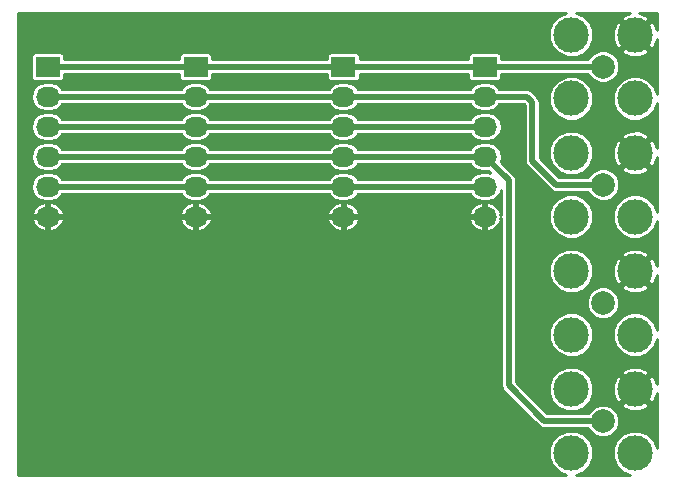
<source format=gtl>
G04 #@! TF.FileFunction,Copper,L1,Top,Signal*
%FSLAX46Y46*%
G04 Gerber Fmt 4.6, Leading zero omitted, Abs format (unit mm)*
G04 Created by KiCad (PCBNEW (2014-11-17 BZR 5289)-product) date Wed 28 Oct 2015 08:14:00 PM EDT*
%MOMM*%
G01*
G04 APERTURE LIST*
%ADD10C,0.100000*%
%ADD11C,1.998980*%
%ADD12C,3.000000*%
%ADD13R,2.032000X1.727200*%
%ADD14O,2.032000X1.727200*%
%ADD15C,0.500000*%
%ADD16C,0.254000*%
G04 APERTURE END LIST*
D10*
D11*
X147000000Y-65000000D03*
D12*
X149700020Y-67700020D03*
X149700020Y-62299980D03*
X144299980Y-62299980D03*
X144299980Y-67700020D03*
D11*
X147000000Y-75000000D03*
D12*
X149700020Y-77700020D03*
X149700020Y-72299980D03*
X144299980Y-72299980D03*
X144299980Y-77700020D03*
D11*
X147000000Y-55000000D03*
D12*
X149700020Y-57700020D03*
X149700020Y-52299980D03*
X144299980Y-52299980D03*
X144299980Y-57700020D03*
D13*
X137000000Y-55000000D03*
D14*
X137000000Y-57540000D03*
X137000000Y-60080000D03*
X137000000Y-62620000D03*
X137000000Y-65160000D03*
X137000000Y-67700000D03*
D11*
X147000000Y-85000000D03*
D12*
X149700020Y-87700020D03*
X149700020Y-82299980D03*
X144299980Y-82299980D03*
X144299980Y-87700020D03*
D13*
X125000000Y-55000000D03*
D14*
X125000000Y-57540000D03*
X125000000Y-60080000D03*
X125000000Y-62620000D03*
X125000000Y-65160000D03*
X125000000Y-67700000D03*
D13*
X112500000Y-55000000D03*
D14*
X112500000Y-57540000D03*
X112500000Y-60080000D03*
X112500000Y-62620000D03*
X112500000Y-65160000D03*
X112500000Y-67700000D03*
D13*
X100000000Y-55000000D03*
D14*
X100000000Y-57540000D03*
X100000000Y-60080000D03*
X100000000Y-62620000D03*
X100000000Y-65160000D03*
X100000000Y-67700000D03*
D15*
X125000000Y-55000000D02*
X137000000Y-55000000D01*
X112500000Y-55000000D02*
X125000000Y-55000000D01*
X100000000Y-55000000D02*
X112500000Y-55000000D01*
X147000000Y-55000000D02*
X137000000Y-55000000D01*
X112500000Y-57540000D02*
X100000000Y-57540000D01*
X125000000Y-57540000D02*
X112500000Y-57540000D01*
X125000000Y-57540000D02*
X137000000Y-57540000D01*
X143000000Y-65000000D02*
X141000000Y-63000000D01*
X147000000Y-65000000D02*
X143000000Y-65000000D01*
X140540000Y-57540000D02*
X137000000Y-57540000D01*
X141000000Y-58000000D02*
X140540000Y-57540000D01*
X141000000Y-63000000D02*
X141000000Y-58000000D01*
X137000000Y-60080000D02*
X125000000Y-60080000D01*
X125000000Y-60080000D02*
X112500000Y-60080000D01*
X112500000Y-60080000D02*
X100000000Y-60080000D01*
X100000000Y-62620000D02*
X112500000Y-62620000D01*
X112500000Y-62620000D02*
X125000000Y-62620000D01*
X125000000Y-62620000D02*
X137000000Y-62620000D01*
X142000000Y-85000000D02*
X139000000Y-82000000D01*
X147000000Y-85000000D02*
X142000000Y-85000000D01*
X139000000Y-64620000D02*
X137000000Y-62620000D01*
X139000000Y-82000000D02*
X139000000Y-64620000D01*
X137000000Y-65160000D02*
X125000000Y-65160000D01*
X125000000Y-65160000D02*
X112500000Y-65160000D01*
X112500000Y-65160000D02*
X100000000Y-65160000D01*
D16*
G36*
X151569000Y-87297627D02*
X151295584Y-86635911D01*
X150895858Y-86235487D01*
X150895858Y-83675424D01*
X149700020Y-82479585D01*
X149520415Y-82659190D01*
X149520415Y-82299980D01*
X148324576Y-81104142D01*
X148077203Y-81277915D01*
X147809605Y-81976740D01*
X147829806Y-82724776D01*
X148077203Y-83322045D01*
X148324576Y-83495818D01*
X149520415Y-82299980D01*
X149520415Y-82659190D01*
X148504182Y-83675424D01*
X148677955Y-83922797D01*
X149376780Y-84190395D01*
X150124816Y-84170194D01*
X150722085Y-83922797D01*
X150895858Y-83675424D01*
X150895858Y-86235487D01*
X150766912Y-86106316D01*
X150075816Y-85819347D01*
X149327507Y-85818694D01*
X148635911Y-86104456D01*
X148380729Y-86359193D01*
X148380729Y-84726608D01*
X148171005Y-84219037D01*
X147783006Y-83830360D01*
X147275801Y-83619751D01*
X146726608Y-83619271D01*
X146219037Y-83828995D01*
X146181306Y-83866660D01*
X146181306Y-81927467D01*
X146181306Y-77327507D01*
X145895544Y-76635911D01*
X145366872Y-76106316D01*
X144675776Y-75819347D01*
X143927467Y-75818694D01*
X143235871Y-76104456D01*
X142706276Y-76633128D01*
X142419307Y-77324224D01*
X142418654Y-78072533D01*
X142704416Y-78764129D01*
X143233088Y-79293724D01*
X143924184Y-79580693D01*
X144672493Y-79581346D01*
X145364089Y-79295584D01*
X145893684Y-78766912D01*
X146180653Y-78075816D01*
X146181306Y-77327507D01*
X146181306Y-81927467D01*
X145895544Y-81235871D01*
X145366872Y-80706276D01*
X144675776Y-80419307D01*
X143927467Y-80418654D01*
X143235871Y-80704416D01*
X142706276Y-81233088D01*
X142419307Y-81924184D01*
X142418654Y-82672493D01*
X142704416Y-83364089D01*
X143233088Y-83893684D01*
X143924184Y-84180653D01*
X144672493Y-84181306D01*
X145364089Y-83895544D01*
X145893684Y-83366872D01*
X146180653Y-82675776D01*
X146181306Y-81927467D01*
X146181306Y-83866660D01*
X145830360Y-84216994D01*
X145767241Y-84369000D01*
X142261368Y-84369000D01*
X139631000Y-81738631D01*
X139631000Y-64620000D01*
X139590936Y-64418589D01*
X139582968Y-64378527D01*
X139582968Y-64378526D01*
X139446184Y-64173816D01*
X138336104Y-63063736D01*
X138424369Y-62620000D01*
X138424369Y-60080000D01*
X138329629Y-59603712D01*
X138059834Y-59199935D01*
X137656057Y-58930140D01*
X137179769Y-58835400D01*
X136820231Y-58835400D01*
X136343943Y-58930140D01*
X135940166Y-59199935D01*
X135773746Y-59449000D01*
X126226253Y-59449000D01*
X126059834Y-59199935D01*
X125656057Y-58930140D01*
X125179769Y-58835400D01*
X124820231Y-58835400D01*
X124343943Y-58930140D01*
X123940166Y-59199935D01*
X123773746Y-59449000D01*
X113726253Y-59449000D01*
X113559834Y-59199935D01*
X113156057Y-58930140D01*
X112679769Y-58835400D01*
X112320231Y-58835400D01*
X111843943Y-58930140D01*
X111440166Y-59199935D01*
X111273746Y-59449000D01*
X101226253Y-59449000D01*
X101059834Y-59199935D01*
X100656057Y-58930140D01*
X100179769Y-58835400D01*
X99820231Y-58835400D01*
X99343943Y-58930140D01*
X98940166Y-59199935D01*
X98670371Y-59603712D01*
X98575631Y-60080000D01*
X98670371Y-60556288D01*
X98940166Y-60960065D01*
X99343943Y-61229860D01*
X99820231Y-61324600D01*
X100179769Y-61324600D01*
X100656057Y-61229860D01*
X101059834Y-60960065D01*
X101226253Y-60711000D01*
X111273746Y-60711000D01*
X111440166Y-60960065D01*
X111843943Y-61229860D01*
X112320231Y-61324600D01*
X112679769Y-61324600D01*
X113156057Y-61229860D01*
X113559834Y-60960065D01*
X113726253Y-60711000D01*
X123773746Y-60711000D01*
X123940166Y-60960065D01*
X124343943Y-61229860D01*
X124820231Y-61324600D01*
X125179769Y-61324600D01*
X125656057Y-61229860D01*
X126059834Y-60960065D01*
X126226253Y-60711000D01*
X135773746Y-60711000D01*
X135940166Y-60960065D01*
X136343943Y-61229860D01*
X136820231Y-61324600D01*
X137179769Y-61324600D01*
X137656057Y-61229860D01*
X138059834Y-60960065D01*
X138329629Y-60556288D01*
X138424369Y-60080000D01*
X138424369Y-62620000D01*
X138329629Y-62143712D01*
X138059834Y-61739935D01*
X137656057Y-61470140D01*
X137179769Y-61375400D01*
X136820231Y-61375400D01*
X136343943Y-61470140D01*
X135940166Y-61739935D01*
X135773746Y-61989000D01*
X126226253Y-61989000D01*
X126059834Y-61739935D01*
X125656057Y-61470140D01*
X125179769Y-61375400D01*
X124820231Y-61375400D01*
X124343943Y-61470140D01*
X123940166Y-61739935D01*
X123773746Y-61989000D01*
X113726253Y-61989000D01*
X113559834Y-61739935D01*
X113156057Y-61470140D01*
X112679769Y-61375400D01*
X112320231Y-61375400D01*
X111843943Y-61470140D01*
X111440166Y-61739935D01*
X111273746Y-61989000D01*
X101226253Y-61989000D01*
X101059834Y-61739935D01*
X100656057Y-61470140D01*
X100179769Y-61375400D01*
X99820231Y-61375400D01*
X99343943Y-61470140D01*
X98940166Y-61739935D01*
X98670371Y-62143712D01*
X98575631Y-62620000D01*
X98670371Y-63096288D01*
X98940166Y-63500065D01*
X99343943Y-63769860D01*
X99820231Y-63864600D01*
X100179769Y-63864600D01*
X100656057Y-63769860D01*
X101059834Y-63500065D01*
X101226253Y-63251000D01*
X111273746Y-63251000D01*
X111440166Y-63500065D01*
X111843943Y-63769860D01*
X112320231Y-63864600D01*
X112679769Y-63864600D01*
X113156057Y-63769860D01*
X113559834Y-63500065D01*
X113726253Y-63251000D01*
X123773746Y-63251000D01*
X123940166Y-63500065D01*
X124343943Y-63769860D01*
X124820231Y-63864600D01*
X125179769Y-63864600D01*
X125656057Y-63769860D01*
X126059834Y-63500065D01*
X126226253Y-63251000D01*
X135773746Y-63251000D01*
X135940166Y-63500065D01*
X136343943Y-63769860D01*
X136820231Y-63864600D01*
X137179769Y-63864600D01*
X137323618Y-63835986D01*
X137458469Y-63970837D01*
X137179769Y-63915400D01*
X136820231Y-63915400D01*
X136343943Y-64010140D01*
X135940166Y-64279935D01*
X135773746Y-64529000D01*
X126226253Y-64529000D01*
X126059834Y-64279935D01*
X125656057Y-64010140D01*
X125179769Y-63915400D01*
X124820231Y-63915400D01*
X124343943Y-64010140D01*
X123940166Y-64279935D01*
X123773746Y-64529000D01*
X113726253Y-64529000D01*
X113559834Y-64279935D01*
X113156057Y-64010140D01*
X112679769Y-63915400D01*
X112320231Y-63915400D01*
X111843943Y-64010140D01*
X111440166Y-64279935D01*
X111273746Y-64529000D01*
X101226253Y-64529000D01*
X101059834Y-64279935D01*
X100656057Y-64010140D01*
X100179769Y-63915400D01*
X99820231Y-63915400D01*
X99343943Y-64010140D01*
X98940166Y-64279935D01*
X98670371Y-64683712D01*
X98575631Y-65160000D01*
X98670371Y-65636288D01*
X98940166Y-66040065D01*
X99343943Y-66309860D01*
X99820231Y-66404600D01*
X100179769Y-66404600D01*
X100656057Y-66309860D01*
X101059834Y-66040065D01*
X101226253Y-65791000D01*
X111273746Y-65791000D01*
X111440166Y-66040065D01*
X111843943Y-66309860D01*
X112320231Y-66404600D01*
X112679769Y-66404600D01*
X113156057Y-66309860D01*
X113559834Y-66040065D01*
X113726253Y-65791000D01*
X123773746Y-65791000D01*
X123940166Y-66040065D01*
X124343943Y-66309860D01*
X124820231Y-66404600D01*
X125179769Y-66404600D01*
X125656057Y-66309860D01*
X126059834Y-66040065D01*
X126226253Y-65791000D01*
X135773746Y-65791000D01*
X135940166Y-66040065D01*
X136343943Y-66309860D01*
X136820231Y-66404600D01*
X137179769Y-66404600D01*
X137656057Y-66309860D01*
X138059834Y-66040065D01*
X138329629Y-65636288D01*
X138369000Y-65438357D01*
X138369000Y-67572998D01*
X138355393Y-67572998D01*
X138294712Y-67572998D01*
X138355393Y-67380882D01*
X138145419Y-66947133D01*
X137781720Y-66624430D01*
X137322213Y-66465473D01*
X137127000Y-66549357D01*
X137127000Y-67573000D01*
X137147000Y-67573000D01*
X137147000Y-67827000D01*
X137127000Y-67827000D01*
X137127000Y-68850643D01*
X137322213Y-68934527D01*
X137781720Y-68775570D01*
X138145419Y-68452867D01*
X138355393Y-68019118D01*
X138294712Y-67827002D01*
X138355393Y-67827002D01*
X138369000Y-67827002D01*
X138369000Y-82000000D01*
X138417032Y-82241473D01*
X138553816Y-82446184D01*
X141553816Y-85446185D01*
X141758527Y-85582968D01*
X142000000Y-85631000D01*
X145767031Y-85631000D01*
X145828995Y-85780963D01*
X146216994Y-86169640D01*
X146724199Y-86380249D01*
X147273392Y-86380729D01*
X147780963Y-86171005D01*
X148169640Y-85783006D01*
X148380249Y-85275801D01*
X148380729Y-84726608D01*
X148380729Y-86359193D01*
X148106316Y-86633128D01*
X147819347Y-87324224D01*
X147818694Y-88072533D01*
X148104456Y-88764129D01*
X148633128Y-89293724D01*
X149296064Y-89569000D01*
X144702372Y-89569000D01*
X145364089Y-89295584D01*
X145893684Y-88766912D01*
X146180653Y-88075816D01*
X146181306Y-87327507D01*
X145895544Y-86635911D01*
X145366872Y-86106316D01*
X144675776Y-85819347D01*
X143927467Y-85818694D01*
X143235871Y-86104456D01*
X142706276Y-86633128D01*
X142419307Y-87324224D01*
X142418654Y-88072533D01*
X142704416Y-88764129D01*
X143233088Y-89293724D01*
X143896024Y-89569000D01*
X138355393Y-89569000D01*
X136873000Y-89569000D01*
X136873000Y-68850643D01*
X136873000Y-67827000D01*
X136873000Y-67573000D01*
X136873000Y-66549357D01*
X136677787Y-66465473D01*
X136218280Y-66624430D01*
X135854581Y-66947133D01*
X135644607Y-67380882D01*
X135705288Y-67573000D01*
X136873000Y-67573000D01*
X136873000Y-67827000D01*
X135705288Y-67827000D01*
X135644607Y-68019118D01*
X135854581Y-68452867D01*
X136218280Y-68775570D01*
X136677787Y-68934527D01*
X136873000Y-68850643D01*
X136873000Y-89569000D01*
X126355393Y-89569000D01*
X126355393Y-68019118D01*
X126355393Y-67380882D01*
X126145419Y-66947133D01*
X125781720Y-66624430D01*
X125322213Y-66465473D01*
X125127000Y-66549357D01*
X125127000Y-67573000D01*
X126294712Y-67573000D01*
X126355393Y-67380882D01*
X126355393Y-68019118D01*
X126294712Y-67827000D01*
X125127000Y-67827000D01*
X125127000Y-68850643D01*
X125322213Y-68934527D01*
X125781720Y-68775570D01*
X126145419Y-68452867D01*
X126355393Y-68019118D01*
X126355393Y-89569000D01*
X124873000Y-89569000D01*
X124873000Y-68850643D01*
X124873000Y-67827000D01*
X124873000Y-67573000D01*
X124873000Y-66549357D01*
X124677787Y-66465473D01*
X124218280Y-66624430D01*
X123854581Y-66947133D01*
X123644607Y-67380882D01*
X123705288Y-67573000D01*
X124873000Y-67573000D01*
X124873000Y-67827000D01*
X123705288Y-67827000D01*
X123644607Y-68019118D01*
X123854581Y-68452867D01*
X124218280Y-68775570D01*
X124677787Y-68934527D01*
X124873000Y-68850643D01*
X124873000Y-89569000D01*
X113855393Y-89569000D01*
X113855393Y-68019118D01*
X113855393Y-67380882D01*
X113645419Y-66947133D01*
X113281720Y-66624430D01*
X112822213Y-66465473D01*
X112627000Y-66549357D01*
X112627000Y-67573000D01*
X113794712Y-67573000D01*
X113855393Y-67380882D01*
X113855393Y-68019118D01*
X113794712Y-67827000D01*
X112627000Y-67827000D01*
X112627000Y-68850643D01*
X112822213Y-68934527D01*
X113281720Y-68775570D01*
X113645419Y-68452867D01*
X113855393Y-68019118D01*
X113855393Y-89569000D01*
X112373000Y-89569000D01*
X112373000Y-68850643D01*
X112373000Y-67827000D01*
X112373000Y-67573000D01*
X112373000Y-66549357D01*
X112177787Y-66465473D01*
X111718280Y-66624430D01*
X111354581Y-66947133D01*
X111144607Y-67380882D01*
X111205288Y-67573000D01*
X112373000Y-67573000D01*
X112373000Y-67827000D01*
X111205288Y-67827000D01*
X111144607Y-68019118D01*
X111354581Y-68452867D01*
X111718280Y-68775570D01*
X112177787Y-68934527D01*
X112373000Y-68850643D01*
X112373000Y-89569000D01*
X101355393Y-89569000D01*
X101355393Y-68019118D01*
X101355393Y-67380882D01*
X101145419Y-66947133D01*
X100781720Y-66624430D01*
X100322213Y-66465473D01*
X100127000Y-66549357D01*
X100127000Y-67573000D01*
X101294712Y-67573000D01*
X101355393Y-67380882D01*
X101355393Y-68019118D01*
X101294712Y-67827000D01*
X100127000Y-67827000D01*
X100127000Y-68850643D01*
X100322213Y-68934527D01*
X100781720Y-68775570D01*
X101145419Y-68452867D01*
X101355393Y-68019118D01*
X101355393Y-89569000D01*
X99873000Y-89569000D01*
X99873000Y-68850643D01*
X99873000Y-67827000D01*
X99873000Y-67573000D01*
X99873000Y-66549357D01*
X99677787Y-66465473D01*
X99218280Y-66624430D01*
X98854581Y-66947133D01*
X98644607Y-67380882D01*
X98705288Y-67573000D01*
X99873000Y-67573000D01*
X99873000Y-67827000D01*
X98705288Y-67827000D01*
X98644607Y-68019118D01*
X98854581Y-68452867D01*
X99218280Y-68775570D01*
X99677787Y-68934527D01*
X99873000Y-68850643D01*
X99873000Y-89569000D01*
X97431000Y-89569000D01*
X97431000Y-50431000D01*
X143897587Y-50431000D01*
X143235871Y-50704416D01*
X142706276Y-51233088D01*
X142419307Y-51924184D01*
X142418654Y-52672493D01*
X142704416Y-53364089D01*
X143233088Y-53893684D01*
X143924184Y-54180653D01*
X144672493Y-54181306D01*
X145364089Y-53895544D01*
X145893684Y-53366872D01*
X146180653Y-52675776D01*
X146181306Y-51927467D01*
X145895544Y-51235871D01*
X145366872Y-50706276D01*
X144703935Y-50431000D01*
X149272244Y-50431000D01*
X148677955Y-50677163D01*
X148504182Y-50924536D01*
X149700020Y-52120375D01*
X150895858Y-50924536D01*
X150722085Y-50677163D01*
X150079236Y-50431000D01*
X151569000Y-50431000D01*
X151569000Y-51872204D01*
X151322837Y-51277915D01*
X151075464Y-51104142D01*
X149879625Y-52299980D01*
X151075464Y-53495818D01*
X151322837Y-53322045D01*
X151569000Y-52679196D01*
X151569000Y-57297627D01*
X151295584Y-56635911D01*
X150895858Y-56235487D01*
X150895858Y-53675424D01*
X149700020Y-52479585D01*
X149520415Y-52659190D01*
X149520415Y-52299980D01*
X148324576Y-51104142D01*
X148077203Y-51277915D01*
X147809605Y-51976740D01*
X147829806Y-52724776D01*
X148077203Y-53322045D01*
X148324576Y-53495818D01*
X149520415Y-52299980D01*
X149520415Y-52659190D01*
X148504182Y-53675424D01*
X148677955Y-53922797D01*
X149376780Y-54190395D01*
X150124816Y-54170194D01*
X150722085Y-53922797D01*
X150895858Y-53675424D01*
X150895858Y-56235487D01*
X150766912Y-56106316D01*
X150075816Y-55819347D01*
X149327507Y-55818694D01*
X148635911Y-56104456D01*
X148380729Y-56359193D01*
X148380729Y-54726608D01*
X148171005Y-54219037D01*
X147783006Y-53830360D01*
X147275801Y-53619751D01*
X146726608Y-53619271D01*
X146219037Y-53828995D01*
X145830360Y-54216994D01*
X145767241Y-54369000D01*
X138397000Y-54369000D01*
X138397000Y-54060614D01*
X138338996Y-53920580D01*
X138231819Y-53813404D01*
X138091785Y-53755400D01*
X137940214Y-53755400D01*
X135908214Y-53755400D01*
X135768180Y-53813404D01*
X135661004Y-53920581D01*
X135603000Y-54060615D01*
X135603000Y-54212186D01*
X135603000Y-54369000D01*
X126397000Y-54369000D01*
X126397000Y-54060614D01*
X126338996Y-53920580D01*
X126231819Y-53813404D01*
X126091785Y-53755400D01*
X125940214Y-53755400D01*
X123908214Y-53755400D01*
X123768180Y-53813404D01*
X123661004Y-53920581D01*
X123603000Y-54060615D01*
X123603000Y-54212186D01*
X123603000Y-54369000D01*
X113897000Y-54369000D01*
X113897000Y-54060614D01*
X113838996Y-53920580D01*
X113731819Y-53813404D01*
X113591785Y-53755400D01*
X113440214Y-53755400D01*
X111408214Y-53755400D01*
X111268180Y-53813404D01*
X111161004Y-53920581D01*
X111103000Y-54060615D01*
X111103000Y-54212186D01*
X111103000Y-54369000D01*
X101397000Y-54369000D01*
X101397000Y-54060614D01*
X101338996Y-53920580D01*
X101231819Y-53813404D01*
X101091785Y-53755400D01*
X100940214Y-53755400D01*
X98908214Y-53755400D01*
X98768180Y-53813404D01*
X98661004Y-53920581D01*
X98603000Y-54060615D01*
X98603000Y-54212186D01*
X98603000Y-55939386D01*
X98661004Y-56079420D01*
X98768181Y-56186596D01*
X98908215Y-56244600D01*
X99059786Y-56244600D01*
X101091786Y-56244600D01*
X101231820Y-56186596D01*
X101338996Y-56079419D01*
X101397000Y-55939385D01*
X101397000Y-55787814D01*
X101397000Y-55631000D01*
X111103000Y-55631000D01*
X111103000Y-55939386D01*
X111161004Y-56079420D01*
X111268181Y-56186596D01*
X111408215Y-56244600D01*
X111559786Y-56244600D01*
X113591786Y-56244600D01*
X113731820Y-56186596D01*
X113838996Y-56079419D01*
X113897000Y-55939385D01*
X113897000Y-55787814D01*
X113897000Y-55631000D01*
X123603000Y-55631000D01*
X123603000Y-55939386D01*
X123661004Y-56079420D01*
X123768181Y-56186596D01*
X123908215Y-56244600D01*
X124059786Y-56244600D01*
X126091786Y-56244600D01*
X126231820Y-56186596D01*
X126338996Y-56079419D01*
X126397000Y-55939385D01*
X126397000Y-55787814D01*
X126397000Y-55631000D01*
X135603000Y-55631000D01*
X135603000Y-55939386D01*
X135661004Y-56079420D01*
X135768181Y-56186596D01*
X135908215Y-56244600D01*
X136059786Y-56244600D01*
X138091786Y-56244600D01*
X138231820Y-56186596D01*
X138338996Y-56079419D01*
X138397000Y-55939385D01*
X138397000Y-55787814D01*
X138397000Y-55631000D01*
X145767031Y-55631000D01*
X145828995Y-55780963D01*
X146216994Y-56169640D01*
X146724199Y-56380249D01*
X147273392Y-56380729D01*
X147780963Y-56171005D01*
X148169640Y-55783006D01*
X148380249Y-55275801D01*
X148380729Y-54726608D01*
X148380729Y-56359193D01*
X148106316Y-56633128D01*
X147819347Y-57324224D01*
X147818694Y-58072533D01*
X148104456Y-58764129D01*
X148633128Y-59293724D01*
X149324224Y-59580693D01*
X150072533Y-59581346D01*
X150764129Y-59295584D01*
X151293724Y-58766912D01*
X151569000Y-58103975D01*
X151569000Y-61872204D01*
X151322837Y-61277915D01*
X151075464Y-61104142D01*
X150895858Y-61283747D01*
X150895858Y-60924536D01*
X150722085Y-60677163D01*
X150023260Y-60409565D01*
X149275224Y-60429766D01*
X148677955Y-60677163D01*
X148504182Y-60924536D01*
X149700020Y-62120375D01*
X150895858Y-60924536D01*
X150895858Y-61283747D01*
X149879625Y-62299980D01*
X151075464Y-63495818D01*
X151322837Y-63322045D01*
X151569000Y-62679196D01*
X151569000Y-67297627D01*
X151295584Y-66635911D01*
X150895858Y-66235487D01*
X150895858Y-63675424D01*
X149700020Y-62479585D01*
X149520415Y-62659190D01*
X149520415Y-62299980D01*
X148324576Y-61104142D01*
X148077203Y-61277915D01*
X147809605Y-61976740D01*
X147829806Y-62724776D01*
X148077203Y-63322045D01*
X148324576Y-63495818D01*
X149520415Y-62299980D01*
X149520415Y-62659190D01*
X148504182Y-63675424D01*
X148677955Y-63922797D01*
X149376780Y-64190395D01*
X150124816Y-64170194D01*
X150722085Y-63922797D01*
X150895858Y-63675424D01*
X150895858Y-66235487D01*
X150766912Y-66106316D01*
X150075816Y-65819347D01*
X149327507Y-65818694D01*
X148635911Y-66104456D01*
X148380729Y-66359193D01*
X148380729Y-64726608D01*
X148171005Y-64219037D01*
X147783006Y-63830360D01*
X147275801Y-63619751D01*
X146726608Y-63619271D01*
X146219037Y-63828995D01*
X146181306Y-63866660D01*
X146181306Y-61927467D01*
X146181306Y-57327507D01*
X145895544Y-56635911D01*
X145366872Y-56106316D01*
X144675776Y-55819347D01*
X143927467Y-55818694D01*
X143235871Y-56104456D01*
X142706276Y-56633128D01*
X142419307Y-57324224D01*
X142418654Y-58072533D01*
X142704416Y-58764129D01*
X143233088Y-59293724D01*
X143924184Y-59580693D01*
X144672493Y-59581346D01*
X145364089Y-59295584D01*
X145893684Y-58766912D01*
X146180653Y-58075816D01*
X146181306Y-57327507D01*
X146181306Y-61927467D01*
X145895544Y-61235871D01*
X145366872Y-60706276D01*
X144675776Y-60419307D01*
X143927467Y-60418654D01*
X143235871Y-60704416D01*
X142706276Y-61233088D01*
X142419307Y-61924184D01*
X142418654Y-62672493D01*
X142704416Y-63364089D01*
X143233088Y-63893684D01*
X143924184Y-64180653D01*
X144672493Y-64181306D01*
X145364089Y-63895544D01*
X145893684Y-63366872D01*
X146180653Y-62675776D01*
X146181306Y-61927467D01*
X146181306Y-63866660D01*
X145830360Y-64216994D01*
X145767241Y-64369000D01*
X143261368Y-64369000D01*
X141631000Y-62738632D01*
X141631000Y-58000000D01*
X141590936Y-57798589D01*
X141582968Y-57758527D01*
X141582968Y-57758526D01*
X141446184Y-57553816D01*
X141446184Y-57553815D01*
X140986184Y-57093816D01*
X140781473Y-56957032D01*
X140540000Y-56909000D01*
X138226253Y-56909000D01*
X138059834Y-56659935D01*
X137656057Y-56390140D01*
X137179769Y-56295400D01*
X136820231Y-56295400D01*
X136343943Y-56390140D01*
X135940166Y-56659935D01*
X135773746Y-56909000D01*
X126226253Y-56909000D01*
X126059834Y-56659935D01*
X125656057Y-56390140D01*
X125179769Y-56295400D01*
X124820231Y-56295400D01*
X124343943Y-56390140D01*
X123940166Y-56659935D01*
X123773746Y-56909000D01*
X113726253Y-56909000D01*
X113559834Y-56659935D01*
X113156057Y-56390140D01*
X112679769Y-56295400D01*
X112320231Y-56295400D01*
X111843943Y-56390140D01*
X111440166Y-56659935D01*
X111273746Y-56909000D01*
X101226253Y-56909000D01*
X101059834Y-56659935D01*
X100656057Y-56390140D01*
X100179769Y-56295400D01*
X99820231Y-56295400D01*
X99343943Y-56390140D01*
X98940166Y-56659935D01*
X98670371Y-57063712D01*
X98575631Y-57540000D01*
X98670371Y-58016288D01*
X98940166Y-58420065D01*
X99343943Y-58689860D01*
X99820231Y-58784600D01*
X100179769Y-58784600D01*
X100656057Y-58689860D01*
X101059834Y-58420065D01*
X101226253Y-58171000D01*
X111273746Y-58171000D01*
X111440166Y-58420065D01*
X111843943Y-58689860D01*
X112320231Y-58784600D01*
X112679769Y-58784600D01*
X113156057Y-58689860D01*
X113559834Y-58420065D01*
X113726253Y-58171000D01*
X123773746Y-58171000D01*
X123940166Y-58420065D01*
X124343943Y-58689860D01*
X124820231Y-58784600D01*
X125179769Y-58784600D01*
X125656057Y-58689860D01*
X126059834Y-58420065D01*
X126226253Y-58171000D01*
X135773746Y-58171000D01*
X135940166Y-58420065D01*
X136343943Y-58689860D01*
X136820231Y-58784600D01*
X137179769Y-58784600D01*
X137656057Y-58689860D01*
X138059834Y-58420065D01*
X138226253Y-58171000D01*
X140278631Y-58171000D01*
X140369000Y-58261368D01*
X140369000Y-63000000D01*
X140417032Y-63241473D01*
X140553816Y-63446184D01*
X142553816Y-65446184D01*
X142758526Y-65582968D01*
X142758527Y-65582968D01*
X142798589Y-65590936D01*
X143000000Y-65631000D01*
X145767031Y-65631000D01*
X145828995Y-65780963D01*
X146216994Y-66169640D01*
X146724199Y-66380249D01*
X147273392Y-66380729D01*
X147780963Y-66171005D01*
X148169640Y-65783006D01*
X148380249Y-65275801D01*
X148380729Y-64726608D01*
X148380729Y-66359193D01*
X148106316Y-66633128D01*
X147819347Y-67324224D01*
X147818694Y-68072533D01*
X148104456Y-68764129D01*
X148633128Y-69293724D01*
X149324224Y-69580693D01*
X150072533Y-69581346D01*
X150764129Y-69295584D01*
X151293724Y-68766912D01*
X151569000Y-68103975D01*
X151569000Y-71872204D01*
X151322837Y-71277915D01*
X151075464Y-71104142D01*
X150895858Y-71283747D01*
X150895858Y-70924536D01*
X150722085Y-70677163D01*
X150023260Y-70409565D01*
X149275224Y-70429766D01*
X148677955Y-70677163D01*
X148504182Y-70924536D01*
X149700020Y-72120375D01*
X150895858Y-70924536D01*
X150895858Y-71283747D01*
X149879625Y-72299980D01*
X151075464Y-73495818D01*
X151322837Y-73322045D01*
X151569000Y-72679196D01*
X151569000Y-77297627D01*
X151295584Y-76635911D01*
X150895858Y-76235487D01*
X150895858Y-73675424D01*
X149700020Y-72479585D01*
X149520415Y-72659190D01*
X149520415Y-72299980D01*
X148324576Y-71104142D01*
X148077203Y-71277915D01*
X147809605Y-71976740D01*
X147829806Y-72724776D01*
X148077203Y-73322045D01*
X148324576Y-73495818D01*
X149520415Y-72299980D01*
X149520415Y-72659190D01*
X148504182Y-73675424D01*
X148677955Y-73922797D01*
X149376780Y-74190395D01*
X150124816Y-74170194D01*
X150722085Y-73922797D01*
X150895858Y-73675424D01*
X150895858Y-76235487D01*
X150766912Y-76106316D01*
X150075816Y-75819347D01*
X149327507Y-75818694D01*
X148635911Y-76104456D01*
X148380729Y-76359193D01*
X148380729Y-74726608D01*
X148171005Y-74219037D01*
X147783006Y-73830360D01*
X147275801Y-73619751D01*
X146726608Y-73619271D01*
X146219037Y-73828995D01*
X146181306Y-73866660D01*
X146181306Y-71927467D01*
X146181306Y-67327507D01*
X145895544Y-66635911D01*
X145366872Y-66106316D01*
X144675776Y-65819347D01*
X143927467Y-65818694D01*
X143235871Y-66104456D01*
X142706276Y-66633128D01*
X142419307Y-67324224D01*
X142418654Y-68072533D01*
X142704416Y-68764129D01*
X143233088Y-69293724D01*
X143924184Y-69580693D01*
X144672493Y-69581346D01*
X145364089Y-69295584D01*
X145893684Y-68766912D01*
X146180653Y-68075816D01*
X146181306Y-67327507D01*
X146181306Y-71927467D01*
X145895544Y-71235871D01*
X145366872Y-70706276D01*
X144675776Y-70419307D01*
X143927467Y-70418654D01*
X143235871Y-70704416D01*
X142706276Y-71233088D01*
X142419307Y-71924184D01*
X142418654Y-72672493D01*
X142704416Y-73364089D01*
X143233088Y-73893684D01*
X143924184Y-74180653D01*
X144672493Y-74181306D01*
X145364089Y-73895544D01*
X145893684Y-73366872D01*
X146180653Y-72675776D01*
X146181306Y-71927467D01*
X146181306Y-73866660D01*
X145830360Y-74216994D01*
X145619751Y-74724199D01*
X145619271Y-75273392D01*
X145828995Y-75780963D01*
X146216994Y-76169640D01*
X146724199Y-76380249D01*
X147273392Y-76380729D01*
X147780963Y-76171005D01*
X148169640Y-75783006D01*
X148380249Y-75275801D01*
X148380729Y-74726608D01*
X148380729Y-76359193D01*
X148106316Y-76633128D01*
X147819347Y-77324224D01*
X147818694Y-78072533D01*
X148104456Y-78764129D01*
X148633128Y-79293724D01*
X149324224Y-79580693D01*
X150072533Y-79581346D01*
X150764129Y-79295584D01*
X151293724Y-78766912D01*
X151569000Y-78103975D01*
X151569000Y-81872204D01*
X151322837Y-81277915D01*
X151075464Y-81104142D01*
X150895858Y-81283747D01*
X150895858Y-80924536D01*
X150722085Y-80677163D01*
X150023260Y-80409565D01*
X149275224Y-80429766D01*
X148677955Y-80677163D01*
X148504182Y-80924536D01*
X149700020Y-82120375D01*
X150895858Y-80924536D01*
X150895858Y-81283747D01*
X149879625Y-82299980D01*
X151075464Y-83495818D01*
X151322837Y-83322045D01*
X151569000Y-82679196D01*
X151569000Y-87297627D01*
X151569000Y-87297627D01*
G37*
X151569000Y-87297627D02*
X151295584Y-86635911D01*
X150895858Y-86235487D01*
X150895858Y-83675424D01*
X149700020Y-82479585D01*
X149520415Y-82659190D01*
X149520415Y-82299980D01*
X148324576Y-81104142D01*
X148077203Y-81277915D01*
X147809605Y-81976740D01*
X147829806Y-82724776D01*
X148077203Y-83322045D01*
X148324576Y-83495818D01*
X149520415Y-82299980D01*
X149520415Y-82659190D01*
X148504182Y-83675424D01*
X148677955Y-83922797D01*
X149376780Y-84190395D01*
X150124816Y-84170194D01*
X150722085Y-83922797D01*
X150895858Y-83675424D01*
X150895858Y-86235487D01*
X150766912Y-86106316D01*
X150075816Y-85819347D01*
X149327507Y-85818694D01*
X148635911Y-86104456D01*
X148380729Y-86359193D01*
X148380729Y-84726608D01*
X148171005Y-84219037D01*
X147783006Y-83830360D01*
X147275801Y-83619751D01*
X146726608Y-83619271D01*
X146219037Y-83828995D01*
X146181306Y-83866660D01*
X146181306Y-81927467D01*
X146181306Y-77327507D01*
X145895544Y-76635911D01*
X145366872Y-76106316D01*
X144675776Y-75819347D01*
X143927467Y-75818694D01*
X143235871Y-76104456D01*
X142706276Y-76633128D01*
X142419307Y-77324224D01*
X142418654Y-78072533D01*
X142704416Y-78764129D01*
X143233088Y-79293724D01*
X143924184Y-79580693D01*
X144672493Y-79581346D01*
X145364089Y-79295584D01*
X145893684Y-78766912D01*
X146180653Y-78075816D01*
X146181306Y-77327507D01*
X146181306Y-81927467D01*
X145895544Y-81235871D01*
X145366872Y-80706276D01*
X144675776Y-80419307D01*
X143927467Y-80418654D01*
X143235871Y-80704416D01*
X142706276Y-81233088D01*
X142419307Y-81924184D01*
X142418654Y-82672493D01*
X142704416Y-83364089D01*
X143233088Y-83893684D01*
X143924184Y-84180653D01*
X144672493Y-84181306D01*
X145364089Y-83895544D01*
X145893684Y-83366872D01*
X146180653Y-82675776D01*
X146181306Y-81927467D01*
X146181306Y-83866660D01*
X145830360Y-84216994D01*
X145767241Y-84369000D01*
X142261368Y-84369000D01*
X139631000Y-81738631D01*
X139631000Y-64620000D01*
X139590936Y-64418589D01*
X139582968Y-64378527D01*
X139582968Y-64378526D01*
X139446184Y-64173816D01*
X138336104Y-63063736D01*
X138424369Y-62620000D01*
X138424369Y-60080000D01*
X138329629Y-59603712D01*
X138059834Y-59199935D01*
X137656057Y-58930140D01*
X137179769Y-58835400D01*
X136820231Y-58835400D01*
X136343943Y-58930140D01*
X135940166Y-59199935D01*
X135773746Y-59449000D01*
X126226253Y-59449000D01*
X126059834Y-59199935D01*
X125656057Y-58930140D01*
X125179769Y-58835400D01*
X124820231Y-58835400D01*
X124343943Y-58930140D01*
X123940166Y-59199935D01*
X123773746Y-59449000D01*
X113726253Y-59449000D01*
X113559834Y-59199935D01*
X113156057Y-58930140D01*
X112679769Y-58835400D01*
X112320231Y-58835400D01*
X111843943Y-58930140D01*
X111440166Y-59199935D01*
X111273746Y-59449000D01*
X101226253Y-59449000D01*
X101059834Y-59199935D01*
X100656057Y-58930140D01*
X100179769Y-58835400D01*
X99820231Y-58835400D01*
X99343943Y-58930140D01*
X98940166Y-59199935D01*
X98670371Y-59603712D01*
X98575631Y-60080000D01*
X98670371Y-60556288D01*
X98940166Y-60960065D01*
X99343943Y-61229860D01*
X99820231Y-61324600D01*
X100179769Y-61324600D01*
X100656057Y-61229860D01*
X101059834Y-60960065D01*
X101226253Y-60711000D01*
X111273746Y-60711000D01*
X111440166Y-60960065D01*
X111843943Y-61229860D01*
X112320231Y-61324600D01*
X112679769Y-61324600D01*
X113156057Y-61229860D01*
X113559834Y-60960065D01*
X113726253Y-60711000D01*
X123773746Y-60711000D01*
X123940166Y-60960065D01*
X124343943Y-61229860D01*
X124820231Y-61324600D01*
X125179769Y-61324600D01*
X125656057Y-61229860D01*
X126059834Y-60960065D01*
X126226253Y-60711000D01*
X135773746Y-60711000D01*
X135940166Y-60960065D01*
X136343943Y-61229860D01*
X136820231Y-61324600D01*
X137179769Y-61324600D01*
X137656057Y-61229860D01*
X138059834Y-60960065D01*
X138329629Y-60556288D01*
X138424369Y-60080000D01*
X138424369Y-62620000D01*
X138329629Y-62143712D01*
X138059834Y-61739935D01*
X137656057Y-61470140D01*
X137179769Y-61375400D01*
X136820231Y-61375400D01*
X136343943Y-61470140D01*
X135940166Y-61739935D01*
X135773746Y-61989000D01*
X126226253Y-61989000D01*
X126059834Y-61739935D01*
X125656057Y-61470140D01*
X125179769Y-61375400D01*
X124820231Y-61375400D01*
X124343943Y-61470140D01*
X123940166Y-61739935D01*
X123773746Y-61989000D01*
X113726253Y-61989000D01*
X113559834Y-61739935D01*
X113156057Y-61470140D01*
X112679769Y-61375400D01*
X112320231Y-61375400D01*
X111843943Y-61470140D01*
X111440166Y-61739935D01*
X111273746Y-61989000D01*
X101226253Y-61989000D01*
X101059834Y-61739935D01*
X100656057Y-61470140D01*
X100179769Y-61375400D01*
X99820231Y-61375400D01*
X99343943Y-61470140D01*
X98940166Y-61739935D01*
X98670371Y-62143712D01*
X98575631Y-62620000D01*
X98670371Y-63096288D01*
X98940166Y-63500065D01*
X99343943Y-63769860D01*
X99820231Y-63864600D01*
X100179769Y-63864600D01*
X100656057Y-63769860D01*
X101059834Y-63500065D01*
X101226253Y-63251000D01*
X111273746Y-63251000D01*
X111440166Y-63500065D01*
X111843943Y-63769860D01*
X112320231Y-63864600D01*
X112679769Y-63864600D01*
X113156057Y-63769860D01*
X113559834Y-63500065D01*
X113726253Y-63251000D01*
X123773746Y-63251000D01*
X123940166Y-63500065D01*
X124343943Y-63769860D01*
X124820231Y-63864600D01*
X125179769Y-63864600D01*
X125656057Y-63769860D01*
X126059834Y-63500065D01*
X126226253Y-63251000D01*
X135773746Y-63251000D01*
X135940166Y-63500065D01*
X136343943Y-63769860D01*
X136820231Y-63864600D01*
X137179769Y-63864600D01*
X137323618Y-63835986D01*
X137458469Y-63970837D01*
X137179769Y-63915400D01*
X136820231Y-63915400D01*
X136343943Y-64010140D01*
X135940166Y-64279935D01*
X135773746Y-64529000D01*
X126226253Y-64529000D01*
X126059834Y-64279935D01*
X125656057Y-64010140D01*
X125179769Y-63915400D01*
X124820231Y-63915400D01*
X124343943Y-64010140D01*
X123940166Y-64279935D01*
X123773746Y-64529000D01*
X113726253Y-64529000D01*
X113559834Y-64279935D01*
X113156057Y-64010140D01*
X112679769Y-63915400D01*
X112320231Y-63915400D01*
X111843943Y-64010140D01*
X111440166Y-64279935D01*
X111273746Y-64529000D01*
X101226253Y-64529000D01*
X101059834Y-64279935D01*
X100656057Y-64010140D01*
X100179769Y-63915400D01*
X99820231Y-63915400D01*
X99343943Y-64010140D01*
X98940166Y-64279935D01*
X98670371Y-64683712D01*
X98575631Y-65160000D01*
X98670371Y-65636288D01*
X98940166Y-66040065D01*
X99343943Y-66309860D01*
X99820231Y-66404600D01*
X100179769Y-66404600D01*
X100656057Y-66309860D01*
X101059834Y-66040065D01*
X101226253Y-65791000D01*
X111273746Y-65791000D01*
X111440166Y-66040065D01*
X111843943Y-66309860D01*
X112320231Y-66404600D01*
X112679769Y-66404600D01*
X113156057Y-66309860D01*
X113559834Y-66040065D01*
X113726253Y-65791000D01*
X123773746Y-65791000D01*
X123940166Y-66040065D01*
X124343943Y-66309860D01*
X124820231Y-66404600D01*
X125179769Y-66404600D01*
X125656057Y-66309860D01*
X126059834Y-66040065D01*
X126226253Y-65791000D01*
X135773746Y-65791000D01*
X135940166Y-66040065D01*
X136343943Y-66309860D01*
X136820231Y-66404600D01*
X137179769Y-66404600D01*
X137656057Y-66309860D01*
X138059834Y-66040065D01*
X138329629Y-65636288D01*
X138369000Y-65438357D01*
X138369000Y-67572998D01*
X138355393Y-67572998D01*
X138294712Y-67572998D01*
X138355393Y-67380882D01*
X138145419Y-66947133D01*
X137781720Y-66624430D01*
X137322213Y-66465473D01*
X137127000Y-66549357D01*
X137127000Y-67573000D01*
X137147000Y-67573000D01*
X137147000Y-67827000D01*
X137127000Y-67827000D01*
X137127000Y-68850643D01*
X137322213Y-68934527D01*
X137781720Y-68775570D01*
X138145419Y-68452867D01*
X138355393Y-68019118D01*
X138294712Y-67827002D01*
X138355393Y-67827002D01*
X138369000Y-67827002D01*
X138369000Y-82000000D01*
X138417032Y-82241473D01*
X138553816Y-82446184D01*
X141553816Y-85446185D01*
X141758527Y-85582968D01*
X142000000Y-85631000D01*
X145767031Y-85631000D01*
X145828995Y-85780963D01*
X146216994Y-86169640D01*
X146724199Y-86380249D01*
X147273392Y-86380729D01*
X147780963Y-86171005D01*
X148169640Y-85783006D01*
X148380249Y-85275801D01*
X148380729Y-84726608D01*
X148380729Y-86359193D01*
X148106316Y-86633128D01*
X147819347Y-87324224D01*
X147818694Y-88072533D01*
X148104456Y-88764129D01*
X148633128Y-89293724D01*
X149296064Y-89569000D01*
X144702372Y-89569000D01*
X145364089Y-89295584D01*
X145893684Y-88766912D01*
X146180653Y-88075816D01*
X146181306Y-87327507D01*
X145895544Y-86635911D01*
X145366872Y-86106316D01*
X144675776Y-85819347D01*
X143927467Y-85818694D01*
X143235871Y-86104456D01*
X142706276Y-86633128D01*
X142419307Y-87324224D01*
X142418654Y-88072533D01*
X142704416Y-88764129D01*
X143233088Y-89293724D01*
X143896024Y-89569000D01*
X138355393Y-89569000D01*
X136873000Y-89569000D01*
X136873000Y-68850643D01*
X136873000Y-67827000D01*
X136873000Y-67573000D01*
X136873000Y-66549357D01*
X136677787Y-66465473D01*
X136218280Y-66624430D01*
X135854581Y-66947133D01*
X135644607Y-67380882D01*
X135705288Y-67573000D01*
X136873000Y-67573000D01*
X136873000Y-67827000D01*
X135705288Y-67827000D01*
X135644607Y-68019118D01*
X135854581Y-68452867D01*
X136218280Y-68775570D01*
X136677787Y-68934527D01*
X136873000Y-68850643D01*
X136873000Y-89569000D01*
X126355393Y-89569000D01*
X126355393Y-68019118D01*
X126355393Y-67380882D01*
X126145419Y-66947133D01*
X125781720Y-66624430D01*
X125322213Y-66465473D01*
X125127000Y-66549357D01*
X125127000Y-67573000D01*
X126294712Y-67573000D01*
X126355393Y-67380882D01*
X126355393Y-68019118D01*
X126294712Y-67827000D01*
X125127000Y-67827000D01*
X125127000Y-68850643D01*
X125322213Y-68934527D01*
X125781720Y-68775570D01*
X126145419Y-68452867D01*
X126355393Y-68019118D01*
X126355393Y-89569000D01*
X124873000Y-89569000D01*
X124873000Y-68850643D01*
X124873000Y-67827000D01*
X124873000Y-67573000D01*
X124873000Y-66549357D01*
X124677787Y-66465473D01*
X124218280Y-66624430D01*
X123854581Y-66947133D01*
X123644607Y-67380882D01*
X123705288Y-67573000D01*
X124873000Y-67573000D01*
X124873000Y-67827000D01*
X123705288Y-67827000D01*
X123644607Y-68019118D01*
X123854581Y-68452867D01*
X124218280Y-68775570D01*
X124677787Y-68934527D01*
X124873000Y-68850643D01*
X124873000Y-89569000D01*
X113855393Y-89569000D01*
X113855393Y-68019118D01*
X113855393Y-67380882D01*
X113645419Y-66947133D01*
X113281720Y-66624430D01*
X112822213Y-66465473D01*
X112627000Y-66549357D01*
X112627000Y-67573000D01*
X113794712Y-67573000D01*
X113855393Y-67380882D01*
X113855393Y-68019118D01*
X113794712Y-67827000D01*
X112627000Y-67827000D01*
X112627000Y-68850643D01*
X112822213Y-68934527D01*
X113281720Y-68775570D01*
X113645419Y-68452867D01*
X113855393Y-68019118D01*
X113855393Y-89569000D01*
X112373000Y-89569000D01*
X112373000Y-68850643D01*
X112373000Y-67827000D01*
X112373000Y-67573000D01*
X112373000Y-66549357D01*
X112177787Y-66465473D01*
X111718280Y-66624430D01*
X111354581Y-66947133D01*
X111144607Y-67380882D01*
X111205288Y-67573000D01*
X112373000Y-67573000D01*
X112373000Y-67827000D01*
X111205288Y-67827000D01*
X111144607Y-68019118D01*
X111354581Y-68452867D01*
X111718280Y-68775570D01*
X112177787Y-68934527D01*
X112373000Y-68850643D01*
X112373000Y-89569000D01*
X101355393Y-89569000D01*
X101355393Y-68019118D01*
X101355393Y-67380882D01*
X101145419Y-66947133D01*
X100781720Y-66624430D01*
X100322213Y-66465473D01*
X100127000Y-66549357D01*
X100127000Y-67573000D01*
X101294712Y-67573000D01*
X101355393Y-67380882D01*
X101355393Y-68019118D01*
X101294712Y-67827000D01*
X100127000Y-67827000D01*
X100127000Y-68850643D01*
X100322213Y-68934527D01*
X100781720Y-68775570D01*
X101145419Y-68452867D01*
X101355393Y-68019118D01*
X101355393Y-89569000D01*
X99873000Y-89569000D01*
X99873000Y-68850643D01*
X99873000Y-67827000D01*
X99873000Y-67573000D01*
X99873000Y-66549357D01*
X99677787Y-66465473D01*
X99218280Y-66624430D01*
X98854581Y-66947133D01*
X98644607Y-67380882D01*
X98705288Y-67573000D01*
X99873000Y-67573000D01*
X99873000Y-67827000D01*
X98705288Y-67827000D01*
X98644607Y-68019118D01*
X98854581Y-68452867D01*
X99218280Y-68775570D01*
X99677787Y-68934527D01*
X99873000Y-68850643D01*
X99873000Y-89569000D01*
X97431000Y-89569000D01*
X97431000Y-50431000D01*
X143897587Y-50431000D01*
X143235871Y-50704416D01*
X142706276Y-51233088D01*
X142419307Y-51924184D01*
X142418654Y-52672493D01*
X142704416Y-53364089D01*
X143233088Y-53893684D01*
X143924184Y-54180653D01*
X144672493Y-54181306D01*
X145364089Y-53895544D01*
X145893684Y-53366872D01*
X146180653Y-52675776D01*
X146181306Y-51927467D01*
X145895544Y-51235871D01*
X145366872Y-50706276D01*
X144703935Y-50431000D01*
X149272244Y-50431000D01*
X148677955Y-50677163D01*
X148504182Y-50924536D01*
X149700020Y-52120375D01*
X150895858Y-50924536D01*
X150722085Y-50677163D01*
X150079236Y-50431000D01*
X151569000Y-50431000D01*
X151569000Y-51872204D01*
X151322837Y-51277915D01*
X151075464Y-51104142D01*
X149879625Y-52299980D01*
X151075464Y-53495818D01*
X151322837Y-53322045D01*
X151569000Y-52679196D01*
X151569000Y-57297627D01*
X151295584Y-56635911D01*
X150895858Y-56235487D01*
X150895858Y-53675424D01*
X149700020Y-52479585D01*
X149520415Y-52659190D01*
X149520415Y-52299980D01*
X148324576Y-51104142D01*
X148077203Y-51277915D01*
X147809605Y-51976740D01*
X147829806Y-52724776D01*
X148077203Y-53322045D01*
X148324576Y-53495818D01*
X149520415Y-52299980D01*
X149520415Y-52659190D01*
X148504182Y-53675424D01*
X148677955Y-53922797D01*
X149376780Y-54190395D01*
X150124816Y-54170194D01*
X150722085Y-53922797D01*
X150895858Y-53675424D01*
X150895858Y-56235487D01*
X150766912Y-56106316D01*
X150075816Y-55819347D01*
X149327507Y-55818694D01*
X148635911Y-56104456D01*
X148380729Y-56359193D01*
X148380729Y-54726608D01*
X148171005Y-54219037D01*
X147783006Y-53830360D01*
X147275801Y-53619751D01*
X146726608Y-53619271D01*
X146219037Y-53828995D01*
X145830360Y-54216994D01*
X145767241Y-54369000D01*
X138397000Y-54369000D01*
X138397000Y-54060614D01*
X138338996Y-53920580D01*
X138231819Y-53813404D01*
X138091785Y-53755400D01*
X137940214Y-53755400D01*
X135908214Y-53755400D01*
X135768180Y-53813404D01*
X135661004Y-53920581D01*
X135603000Y-54060615D01*
X135603000Y-54212186D01*
X135603000Y-54369000D01*
X126397000Y-54369000D01*
X126397000Y-54060614D01*
X126338996Y-53920580D01*
X126231819Y-53813404D01*
X126091785Y-53755400D01*
X125940214Y-53755400D01*
X123908214Y-53755400D01*
X123768180Y-53813404D01*
X123661004Y-53920581D01*
X123603000Y-54060615D01*
X123603000Y-54212186D01*
X123603000Y-54369000D01*
X113897000Y-54369000D01*
X113897000Y-54060614D01*
X113838996Y-53920580D01*
X113731819Y-53813404D01*
X113591785Y-53755400D01*
X113440214Y-53755400D01*
X111408214Y-53755400D01*
X111268180Y-53813404D01*
X111161004Y-53920581D01*
X111103000Y-54060615D01*
X111103000Y-54212186D01*
X111103000Y-54369000D01*
X101397000Y-54369000D01*
X101397000Y-54060614D01*
X101338996Y-53920580D01*
X101231819Y-53813404D01*
X101091785Y-53755400D01*
X100940214Y-53755400D01*
X98908214Y-53755400D01*
X98768180Y-53813404D01*
X98661004Y-53920581D01*
X98603000Y-54060615D01*
X98603000Y-54212186D01*
X98603000Y-55939386D01*
X98661004Y-56079420D01*
X98768181Y-56186596D01*
X98908215Y-56244600D01*
X99059786Y-56244600D01*
X101091786Y-56244600D01*
X101231820Y-56186596D01*
X101338996Y-56079419D01*
X101397000Y-55939385D01*
X101397000Y-55787814D01*
X101397000Y-55631000D01*
X111103000Y-55631000D01*
X111103000Y-55939386D01*
X111161004Y-56079420D01*
X111268181Y-56186596D01*
X111408215Y-56244600D01*
X111559786Y-56244600D01*
X113591786Y-56244600D01*
X113731820Y-56186596D01*
X113838996Y-56079419D01*
X113897000Y-55939385D01*
X113897000Y-55787814D01*
X113897000Y-55631000D01*
X123603000Y-55631000D01*
X123603000Y-55939386D01*
X123661004Y-56079420D01*
X123768181Y-56186596D01*
X123908215Y-56244600D01*
X124059786Y-56244600D01*
X126091786Y-56244600D01*
X126231820Y-56186596D01*
X126338996Y-56079419D01*
X126397000Y-55939385D01*
X126397000Y-55787814D01*
X126397000Y-55631000D01*
X135603000Y-55631000D01*
X135603000Y-55939386D01*
X135661004Y-56079420D01*
X135768181Y-56186596D01*
X135908215Y-56244600D01*
X136059786Y-56244600D01*
X138091786Y-56244600D01*
X138231820Y-56186596D01*
X138338996Y-56079419D01*
X138397000Y-55939385D01*
X138397000Y-55787814D01*
X138397000Y-55631000D01*
X145767031Y-55631000D01*
X145828995Y-55780963D01*
X146216994Y-56169640D01*
X146724199Y-56380249D01*
X147273392Y-56380729D01*
X147780963Y-56171005D01*
X148169640Y-55783006D01*
X148380249Y-55275801D01*
X148380729Y-54726608D01*
X148380729Y-56359193D01*
X148106316Y-56633128D01*
X147819347Y-57324224D01*
X147818694Y-58072533D01*
X148104456Y-58764129D01*
X148633128Y-59293724D01*
X149324224Y-59580693D01*
X150072533Y-59581346D01*
X150764129Y-59295584D01*
X151293724Y-58766912D01*
X151569000Y-58103975D01*
X151569000Y-61872204D01*
X151322837Y-61277915D01*
X151075464Y-61104142D01*
X150895858Y-61283747D01*
X150895858Y-60924536D01*
X150722085Y-60677163D01*
X150023260Y-60409565D01*
X149275224Y-60429766D01*
X148677955Y-60677163D01*
X148504182Y-60924536D01*
X149700020Y-62120375D01*
X150895858Y-60924536D01*
X150895858Y-61283747D01*
X149879625Y-62299980D01*
X151075464Y-63495818D01*
X151322837Y-63322045D01*
X151569000Y-62679196D01*
X151569000Y-67297627D01*
X151295584Y-66635911D01*
X150895858Y-66235487D01*
X150895858Y-63675424D01*
X149700020Y-62479585D01*
X149520415Y-62659190D01*
X149520415Y-62299980D01*
X148324576Y-61104142D01*
X148077203Y-61277915D01*
X147809605Y-61976740D01*
X147829806Y-62724776D01*
X148077203Y-63322045D01*
X148324576Y-63495818D01*
X149520415Y-62299980D01*
X149520415Y-62659190D01*
X148504182Y-63675424D01*
X148677955Y-63922797D01*
X149376780Y-64190395D01*
X150124816Y-64170194D01*
X150722085Y-63922797D01*
X150895858Y-63675424D01*
X150895858Y-66235487D01*
X150766912Y-66106316D01*
X150075816Y-65819347D01*
X149327507Y-65818694D01*
X148635911Y-66104456D01*
X148380729Y-66359193D01*
X148380729Y-64726608D01*
X148171005Y-64219037D01*
X147783006Y-63830360D01*
X147275801Y-63619751D01*
X146726608Y-63619271D01*
X146219037Y-63828995D01*
X146181306Y-63866660D01*
X146181306Y-61927467D01*
X146181306Y-57327507D01*
X145895544Y-56635911D01*
X145366872Y-56106316D01*
X144675776Y-55819347D01*
X143927467Y-55818694D01*
X143235871Y-56104456D01*
X142706276Y-56633128D01*
X142419307Y-57324224D01*
X142418654Y-58072533D01*
X142704416Y-58764129D01*
X143233088Y-59293724D01*
X143924184Y-59580693D01*
X144672493Y-59581346D01*
X145364089Y-59295584D01*
X145893684Y-58766912D01*
X146180653Y-58075816D01*
X146181306Y-57327507D01*
X146181306Y-61927467D01*
X145895544Y-61235871D01*
X145366872Y-60706276D01*
X144675776Y-60419307D01*
X143927467Y-60418654D01*
X143235871Y-60704416D01*
X142706276Y-61233088D01*
X142419307Y-61924184D01*
X142418654Y-62672493D01*
X142704416Y-63364089D01*
X143233088Y-63893684D01*
X143924184Y-64180653D01*
X144672493Y-64181306D01*
X145364089Y-63895544D01*
X145893684Y-63366872D01*
X146180653Y-62675776D01*
X146181306Y-61927467D01*
X146181306Y-63866660D01*
X145830360Y-64216994D01*
X145767241Y-64369000D01*
X143261368Y-64369000D01*
X141631000Y-62738632D01*
X141631000Y-58000000D01*
X141590936Y-57798589D01*
X141582968Y-57758527D01*
X141582968Y-57758526D01*
X141446184Y-57553816D01*
X141446184Y-57553815D01*
X140986184Y-57093816D01*
X140781473Y-56957032D01*
X140540000Y-56909000D01*
X138226253Y-56909000D01*
X138059834Y-56659935D01*
X137656057Y-56390140D01*
X137179769Y-56295400D01*
X136820231Y-56295400D01*
X136343943Y-56390140D01*
X135940166Y-56659935D01*
X135773746Y-56909000D01*
X126226253Y-56909000D01*
X126059834Y-56659935D01*
X125656057Y-56390140D01*
X125179769Y-56295400D01*
X124820231Y-56295400D01*
X124343943Y-56390140D01*
X123940166Y-56659935D01*
X123773746Y-56909000D01*
X113726253Y-56909000D01*
X113559834Y-56659935D01*
X113156057Y-56390140D01*
X112679769Y-56295400D01*
X112320231Y-56295400D01*
X111843943Y-56390140D01*
X111440166Y-56659935D01*
X111273746Y-56909000D01*
X101226253Y-56909000D01*
X101059834Y-56659935D01*
X100656057Y-56390140D01*
X100179769Y-56295400D01*
X99820231Y-56295400D01*
X99343943Y-56390140D01*
X98940166Y-56659935D01*
X98670371Y-57063712D01*
X98575631Y-57540000D01*
X98670371Y-58016288D01*
X98940166Y-58420065D01*
X99343943Y-58689860D01*
X99820231Y-58784600D01*
X100179769Y-58784600D01*
X100656057Y-58689860D01*
X101059834Y-58420065D01*
X101226253Y-58171000D01*
X111273746Y-58171000D01*
X111440166Y-58420065D01*
X111843943Y-58689860D01*
X112320231Y-58784600D01*
X112679769Y-58784600D01*
X113156057Y-58689860D01*
X113559834Y-58420065D01*
X113726253Y-58171000D01*
X123773746Y-58171000D01*
X123940166Y-58420065D01*
X124343943Y-58689860D01*
X124820231Y-58784600D01*
X125179769Y-58784600D01*
X125656057Y-58689860D01*
X126059834Y-58420065D01*
X126226253Y-58171000D01*
X135773746Y-58171000D01*
X135940166Y-58420065D01*
X136343943Y-58689860D01*
X136820231Y-58784600D01*
X137179769Y-58784600D01*
X137656057Y-58689860D01*
X138059834Y-58420065D01*
X138226253Y-58171000D01*
X140278631Y-58171000D01*
X140369000Y-58261368D01*
X140369000Y-63000000D01*
X140417032Y-63241473D01*
X140553816Y-63446184D01*
X142553816Y-65446184D01*
X142758526Y-65582968D01*
X142758527Y-65582968D01*
X142798589Y-65590936D01*
X143000000Y-65631000D01*
X145767031Y-65631000D01*
X145828995Y-65780963D01*
X146216994Y-66169640D01*
X146724199Y-66380249D01*
X147273392Y-66380729D01*
X147780963Y-66171005D01*
X148169640Y-65783006D01*
X148380249Y-65275801D01*
X148380729Y-64726608D01*
X148380729Y-66359193D01*
X148106316Y-66633128D01*
X147819347Y-67324224D01*
X147818694Y-68072533D01*
X148104456Y-68764129D01*
X148633128Y-69293724D01*
X149324224Y-69580693D01*
X150072533Y-69581346D01*
X150764129Y-69295584D01*
X151293724Y-68766912D01*
X151569000Y-68103975D01*
X151569000Y-71872204D01*
X151322837Y-71277915D01*
X151075464Y-71104142D01*
X150895858Y-71283747D01*
X150895858Y-70924536D01*
X150722085Y-70677163D01*
X150023260Y-70409565D01*
X149275224Y-70429766D01*
X148677955Y-70677163D01*
X148504182Y-70924536D01*
X149700020Y-72120375D01*
X150895858Y-70924536D01*
X150895858Y-71283747D01*
X149879625Y-72299980D01*
X151075464Y-73495818D01*
X151322837Y-73322045D01*
X151569000Y-72679196D01*
X151569000Y-77297627D01*
X151295584Y-76635911D01*
X150895858Y-76235487D01*
X150895858Y-73675424D01*
X149700020Y-72479585D01*
X149520415Y-72659190D01*
X149520415Y-72299980D01*
X148324576Y-71104142D01*
X148077203Y-71277915D01*
X147809605Y-71976740D01*
X147829806Y-72724776D01*
X148077203Y-73322045D01*
X148324576Y-73495818D01*
X149520415Y-72299980D01*
X149520415Y-72659190D01*
X148504182Y-73675424D01*
X148677955Y-73922797D01*
X149376780Y-74190395D01*
X150124816Y-74170194D01*
X150722085Y-73922797D01*
X150895858Y-73675424D01*
X150895858Y-76235487D01*
X150766912Y-76106316D01*
X150075816Y-75819347D01*
X149327507Y-75818694D01*
X148635911Y-76104456D01*
X148380729Y-76359193D01*
X148380729Y-74726608D01*
X148171005Y-74219037D01*
X147783006Y-73830360D01*
X147275801Y-73619751D01*
X146726608Y-73619271D01*
X146219037Y-73828995D01*
X146181306Y-73866660D01*
X146181306Y-71927467D01*
X146181306Y-67327507D01*
X145895544Y-66635911D01*
X145366872Y-66106316D01*
X144675776Y-65819347D01*
X143927467Y-65818694D01*
X143235871Y-66104456D01*
X142706276Y-66633128D01*
X142419307Y-67324224D01*
X142418654Y-68072533D01*
X142704416Y-68764129D01*
X143233088Y-69293724D01*
X143924184Y-69580693D01*
X144672493Y-69581346D01*
X145364089Y-69295584D01*
X145893684Y-68766912D01*
X146180653Y-68075816D01*
X146181306Y-67327507D01*
X146181306Y-71927467D01*
X145895544Y-71235871D01*
X145366872Y-70706276D01*
X144675776Y-70419307D01*
X143927467Y-70418654D01*
X143235871Y-70704416D01*
X142706276Y-71233088D01*
X142419307Y-71924184D01*
X142418654Y-72672493D01*
X142704416Y-73364089D01*
X143233088Y-73893684D01*
X143924184Y-74180653D01*
X144672493Y-74181306D01*
X145364089Y-73895544D01*
X145893684Y-73366872D01*
X146180653Y-72675776D01*
X146181306Y-71927467D01*
X146181306Y-73866660D01*
X145830360Y-74216994D01*
X145619751Y-74724199D01*
X145619271Y-75273392D01*
X145828995Y-75780963D01*
X146216994Y-76169640D01*
X146724199Y-76380249D01*
X147273392Y-76380729D01*
X147780963Y-76171005D01*
X148169640Y-75783006D01*
X148380249Y-75275801D01*
X148380729Y-74726608D01*
X148380729Y-76359193D01*
X148106316Y-76633128D01*
X147819347Y-77324224D01*
X147818694Y-78072533D01*
X148104456Y-78764129D01*
X148633128Y-79293724D01*
X149324224Y-79580693D01*
X150072533Y-79581346D01*
X150764129Y-79295584D01*
X151293724Y-78766912D01*
X151569000Y-78103975D01*
X151569000Y-81872204D01*
X151322837Y-81277915D01*
X151075464Y-81104142D01*
X150895858Y-81283747D01*
X150895858Y-80924536D01*
X150722085Y-80677163D01*
X150023260Y-80409565D01*
X149275224Y-80429766D01*
X148677955Y-80677163D01*
X148504182Y-80924536D01*
X149700020Y-82120375D01*
X150895858Y-80924536D01*
X150895858Y-81283747D01*
X149879625Y-82299980D01*
X151075464Y-83495818D01*
X151322837Y-83322045D01*
X151569000Y-82679196D01*
X151569000Y-87297627D01*
M02*

</source>
